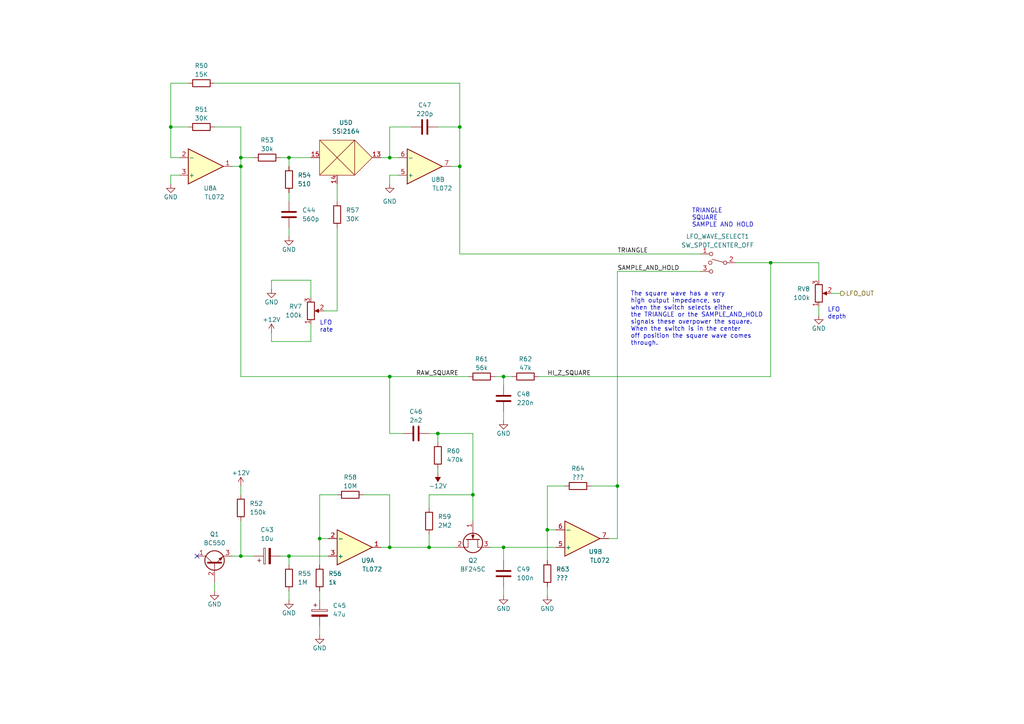
<source format=kicad_sch>
(kicad_sch (version 20211123) (generator eeschema)
  (paper "A4")
  (title_block (title "A.P. Joystick VCF pedal") (date "2022-01-14") (rev "0") (comment 2 "creativecommons.org/licenses/by/4.0") (comment 3 "License: CC by 4.0") (comment 4 "Author: Jordan Aceto"))
  (lib_symbols
    (symbol "Amplifier_Operational:TL072" (pin_names (offset 0.127))
      (property "Reference" "U" (at 0 5.08 0))
      (property "Value" "TL072" (at 0 -5.08 0))
      (symbol "TL072_1_1"
        (polyline (pts (xy -5.08 5.08) (xy 5.08 0) (xy -5.08 -5.08) (xy -5.08 5.08)) (stroke (width 0.254)) (fill (type background)))
        (pin output line (at 7.62 0 180) (length 2.54) (name "~") (number "1"))
        (pin input line (at -7.62 -2.54 0) (length 2.54) (name "-") (number "2"))
        (pin input line (at -7.62 2.54 0) (length 2.54) (name "+") (number "3"))
      )
      (symbol "TL072_2_1"
        (polyline (pts (xy -5.08 5.08) (xy 5.08 0) (xy -5.08 -5.08) (xy -5.08 5.08)) (stroke (width 0.254)) (fill (type background)))
        (pin input line (at -7.62 2.54 0) (length 2.54) (name "+") (number "5"))
        (pin input line (at -7.62 -2.54 0) (length 2.54) (name "-") (number "6"))
        (pin output line (at 7.62 0 180) (length 2.54) (name "~") (number "7"))
      )
      (symbol "TL072_3_1"
        (pin power_in line (at -2.54 -7.62 90) (length 3.81) (name "V-") (number "4"))
        (pin power_in line (at -2.54 7.62 270) (length 3.81) (name "V+") (number "8"))
      )
    )
    (symbol "Device:C" (pin_numbers hide) (pin_names (offset 0.254))
      (property "Reference" "C" (at 0.635 2.54 0))
      (property "Value" "C" (at 0.635 -2.54 0))
      (symbol "C_0_1"
        (polyline (pts (xy -2.032 -0.762) (xy 2.032 -0.762)) (stroke (width 0.508)))
        (polyline (pts (xy -2.032 0.762) (xy 2.032 0.762)) (stroke (width 0.508)))
      )
      (symbol "C_1_1"
        (pin passive line (at 0 3.81 270) (length 2.794) (name "~") (number "1"))
        (pin passive line (at 0 -3.81 90) (length 2.794) (name "~") (number "2"))
      )
    )
    (symbol "Device:C_Polarized" (pin_numbers hide) (pin_names (offset 0.254))
      (property "Reference" "C" (at 0.635 2.54 0))
      (property "Value" "C_Polarized" (at 0.635 -2.54 0))
      (symbol "C_Polarized_0_1"
        (rectangle (start -2.286 0.508) (end 2.286 1.016))
        (polyline (pts (xy -1.778 2.286) (xy -0.762 2.286)))
        (polyline (pts (xy -1.27 2.794) (xy -1.27 1.778)))
        (rectangle (start 2.286 -0.508) (end -2.286 -1.016) (fill (type outline)))
      )
      (symbol "C_Polarized_1_1"
        (pin passive line (at 0 3.81 270) (length 2.794) (name "~") (number "1"))
        (pin passive line (at 0 -3.81 90) (length 2.794) (name "~") (number "2"))
      )
    )
    (symbol "Device:R" (pin_numbers hide) (pin_names (offset 0))
      (property "Reference" "R" (at 2.032 0 90))
      (property "Value" "R" (at 0 0 90))
      (symbol "R_0_1"
        (rectangle (start -1.016 -2.54) (end 1.016 2.54) (stroke (width 0.254)))
      )
      (symbol "R_1_1"
        (pin passive line (at 0 3.81 270) (length 1.27) (name "~") (number "1"))
        (pin passive line (at 0 -3.81 90) (length 1.27) (name "~") (number "2"))
      )
    )
    (symbol "Device:R_Potentiometer" (pin_names (offset 1.016) hide)
      (property "Reference" "RV" (at -4.445 0 90))
      (property "Value" "R_Potentiometer" (at -2.54 0 90))
      (symbol "R_Potentiometer_0_1"
        (polyline (pts (xy 2.54 0) (xy 1.524 0)))
        (polyline (pts (xy 1.143 0) (xy 2.286 0.508) (xy 2.286 -0.508) (xy 1.143 0)) (fill (type outline)))
        (rectangle (start 1.016 2.54) (end -1.016 -2.54) (stroke (width 0.254)))
      )
      (symbol "R_Potentiometer_1_1"
        (pin passive line (at 0 3.81 270) (length 1.27) (name "1") (number "1"))
        (pin passive line (at 3.81 0 180) (length 1.27) (name "2") (number "2"))
        (pin passive line (at 0 -3.81 90) (length 1.27) (name "3") (number "3"))
      )
    )
    (symbol "Switch:SW_SPDT_MSM" (pin_names (offset 0) hide)
      (property "Reference" "SW" (at 0 5.08 0))
      (property "Value" "SW_SPDT_MSM" (at 0 -5.08 0))
      (symbol "SW_SPDT_MSM_0_0"
        (circle (center -2.032 0) (radius 0.508))
        (polyline (pts (xy -1.524 0.127) (xy 1.778 1.016)))
        (circle (center 2.032 -2.54) (radius 0.508))
      )
      (symbol "SW_SPDT_MSM_0_1"
        (circle (center 2.032 2.54) (radius 0.508))
        (circle (center 2.286 0) (radius 0.508))
      )
      (symbol "SW_SPDT_MSM_1_1"
        (pin passive line (at 5.08 2.54 180) (length 2.54) (name "1") (number "1"))
        (pin passive line (at -5.08 0 0) (length 2.54) (name "2") (number "2"))
        (pin passive line (at 5.08 -2.54 180) (length 2.54) (name "3") (number "3"))
      )
    )
    (symbol "Transistor_BJT:BC550" (pin_names (offset 0) hide)
      (property "Reference" "Q" (at 5.08 1.905 0))
      (property "Value" "BC550" (at 5.08 0 0))
      (symbol "BC550_0_1"
        (polyline (pts (xy 0 0) (xy 0.635 0)))
        (polyline (pts (xy 0.635 0.635) (xy 2.54 2.54)))
        (polyline (pts (xy 0.635 -0.635) (xy 2.54 -2.54) (xy 2.54 -2.54)))
        (polyline (pts (xy 0.635 1.905) (xy 0.635 -1.905) (xy 0.635 -1.905)) (stroke (width 0.508)))
        (polyline (pts (xy 1.27 -1.778) (xy 1.778 -1.27) (xy 2.286 -2.286) (xy 1.27 -1.778) (xy 1.27 -1.778)) (fill (type outline)))
        (circle (center 1.27 0) (radius 2.8194) (stroke (width 0.254)))
      )
      (symbol "BC550_1_1"
        (pin passive line (at 2.54 5.08 270) (length 2.54) (name "C") (number "1"))
        (pin input line (at -5.08 0 0) (length 5.08) (name "B") (number "2"))
        (pin passive line (at 2.54 -5.08 90) (length 2.54) (name "E") (number "3"))
      )
    )
    (symbol "Transistor_FET:BF245C" (pin_names hide)
      (property "Reference" "Q" (at 5.08 1.905 0))
      (property "Value" "BF245C" (at 5.08 0 0))
      (symbol "BF245C_0_1"
        (polyline (pts (xy 0.254 0) (xy -2.54 0)))
        (polyline (pts (xy 0.254 1.905) (xy 0.254 -1.905)) (stroke (width 0.254)))
        (polyline (pts (xy 2.54 -2.54) (xy 2.54 -1.397) (xy 0.254 -1.397)))
        (polyline (pts (xy 2.54 2.54) (xy 2.54 1.397) (xy 0.254 1.397)))
        (polyline (pts (xy 0 0) (xy -1.016 0.381) (xy -1.016 -0.381) (xy 0 0)) (fill (type outline)))
        (circle (center 1.27 0) (radius 2.8194) (stroke (width 0.254)))
      )
      (symbol "BF245C_1_1"
        (pin input line (at -5.08 0 0) (length 2.54) (name "G") (number "1"))
        (pin passive line (at 2.54 -5.08 90) (length 2.54) (name "S") (number "2"))
        (pin passive line (at 2.54 5.08 270) (length 2.54) (name "D") (number "3"))
      )
    )
    (symbol "custom_symbols:SSI2164" (pin_names (offset 1.016))
      (property "Reference" "U" (at 0 -12.7 0))
      (property "Value" "SSI2164" (at 0 7.62 0))
      (symbol "SSI2164_1_1"
        (rectangle (start -5.08 5.08) (end 5.08 -5.08) (fill (type background)))
        (polyline (pts (xy 5.08 5.08) (xy -5.08 -5.08)))
        (polyline (pts (xy 5.08 5.08) (xy 10.16 0) (xy 5.08 -5.08) (xy -5.08 5.08)) (fill (type background)))
        (pin input line (at -7.62 0 0) (length 2.54) (name "~") (number "2"))
        (pin input line (at 0 -7.62 90) (length 2.54) (name "~") (number "3"))
        (pin output line (at 12.7 0 180) (length 2.54) (name "~") (number "4"))
      )
      (symbol "SSI2164_2_1"
        (rectangle (start -5.08 5.08) (end 5.08 -5.08) (fill (type background)))
        (polyline (pts (xy 5.08 5.08) (xy -5.08 -5.08)))
        (polyline (pts (xy 5.08 5.08) (xy 10.16 0) (xy 5.08 -5.08) (xy -5.08 5.08)) (fill (type background)))
        (pin output line (at 12.7 0 180) (length 2.54) (name "~") (number "5"))
        (pin input line (at 0 -7.62 90) (length 2.54) (name "~") (number "6"))
        (pin input line (at -7.62 0 0) (length 2.54) (name "~") (number "7"))
      )
      (symbol "SSI2164_3_1"
        (rectangle (start -5.08 5.08) (end 5.08 -5.08) (fill (type background)))
        (polyline (pts (xy 5.08 5.08) (xy -5.08 -5.08)))
        (polyline (pts (xy 5.08 5.08) (xy 10.16 0) (xy 5.08 -5.08) (xy -5.08 5.08)) (fill (type background)))
        (pin input line (at -7.62 0 0) (length 2.54) (name "~") (number "10"))
        (pin input line (at 0 -7.62 90) (length 2.54) (name "~") (number "11"))
        (pin output line (at 12.7 0 180) (length 2.54) (name "~") (number "12"))
      )
      (symbol "SSI2164_4_1"
        (rectangle (start -5.08 5.08) (end 5.08 -5.08) (fill (type background)))
        (polyline (pts (xy 5.08 5.08) (xy -5.08 -5.08)))
        (polyline (pts (xy 5.08 5.08) (xy 10.16 0) (xy 5.08 -5.08) (xy -5.08 5.08)) (fill (type background)))
        (pin output line (at 12.7 0 180) (length 2.54) (name "~") (number "13"))
        (pin input line (at 0 -7.62 90) (length 2.54) (name "~") (number "14"))
        (pin input line (at -7.62 0 0) (length 2.54) (name "~") (number "15"))
      )
      (symbol "SSI2164_5_1"
        (pin input line (at 2.54 -10.16 180) (length 2.54) (name "mode") (number "1"))
        (pin power_in line (at 2.54 5.08 180) (length 2.54) (name "V+") (number "16"))
        (pin power_in line (at 2.54 0 180) (length 2.54) (name "gnd") (number "8"))
        (pin power_in line (at 2.54 -5.08 180) (length 2.54) (name "V-") (number "9"))
      )
    )
    (symbol "power:+12V" (power) (pin_names (offset 0))
      (property "Value" "+12V" (at 0 3.556 0))
      (symbol "+12V_0_1"
        (polyline (pts (xy -0.762 1.27) (xy 0 2.54)))
        (polyline (pts (xy 0 0) (xy 0 2.54)))
        (polyline (pts (xy 0 2.54) (xy 0.762 1.27)))
      )
      (symbol "+12V_1_1"
        (pin power_in line (at 0 0 90) (length 0) hide (name "+12V") (number "1"))
      )
    )
    (symbol "power:-12V" (power) (pin_names (offset 0))
      (property "Value" "-12V" (at 0 3.81 0))
      (symbol "-12V_0_0"
        (pin power_in line (at 0 0 90) (length 0) hide (name "-12V") (number "1"))
      )
      (symbol "-12V_0_1"
        (polyline (pts (xy 0 0) (xy 0 1.27) (xy 0.762 1.27) (xy 0 2.54) (xy -0.762 1.27) (xy 0 1.27)) (fill (type outline)))
      )
    )
    (symbol "power:GND" (power) (pin_names (offset 0))
      (property "Value" "GND" (at 0 -3.81 0))
      (symbol "GND_0_1"
        (polyline (pts (xy 0 0) (xy 0 -1.27) (xy 1.27 -1.27) (xy 0 -2.54) (xy -1.27 -1.27) (xy 0 -1.27)))
      )
      (symbol "GND_1_1"
        (pin power_in line (at 0 0 270) (length 0) hide (name "GND") (number "1"))
      )
    )
  )
  (junction (at 69.85 45.72))
  (junction (at 113.03 158.75))
  (junction (at 124.46 158.75))
  (junction (at 127 125.73))
  (junction (at 49.53 36.83))
  (junction (at 69.85 48.26))
  (junction (at 146.05 109.22))
  (junction (at 83.82 45.72))
  (junction (at 133.35 36.83))
  (junction (at 179.07 140.97))
  (junction (at 158.75 153.67))
  (junction (at 146.05 158.75))
  (junction (at 137.16 143.51))
  (junction (at 69.85 161.29))
  (junction (at 223.52 76.2))
  (junction (at 83.82 161.29))
  (junction (at 92.71 156.21))
  (junction (at 133.35 48.26))
  (junction (at 113.03 109.22))
  (junction (at 113.03 45.72))
  (no_connect (at 57.15 161.29))
  (wire (pts (xy 83.82 55.88) (xy 83.82 58.42)))
  (wire (pts (xy 223.52 109.22) (xy 223.52 76.2)))
  (wire (pts (xy 83.82 45.72) (xy 81.28 45.72)))
  (wire (pts (xy 179.07 140.97) (xy 171.45 140.97)))
  (wire (pts (xy 69.85 48.26) (xy 69.85 45.72)))
  (wire (pts (xy 133.35 36.83) (xy 133.35 48.26)))
  (wire (pts (xy 49.53 53.34) (xy 49.53 50.8)))
  (wire (pts (xy 69.85 36.83) (xy 62.23 36.83)))
  (wire (pts (xy 116.84 125.73) (xy 113.03 125.73)))
  (wire (pts (xy 158.75 153.67) (xy 161.29 153.67)))
  (wire (pts (xy 237.49 88.9) (xy 237.49 91.44)))
  (wire (pts (xy 133.35 36.83) (xy 133.35 24.13)))
  (wire (pts (xy 241.3 85.09) (xy 243.84 85.09)))
  (wire (pts (xy 67.31 48.26) (xy 69.85 48.26)))
  (wire (pts (xy 113.03 50.8) (xy 115.57 50.8)))
  (wire (pts (xy 146.05 109.22) (xy 146.05 111.76)))
  (wire (pts (xy 90.17 99.06) (xy 90.17 93.98)))
  (wire (pts (xy 52.07 45.72) (xy 49.53 45.72)))
  (wire (pts (xy 137.16 151.13) (xy 137.16 143.51)))
  (wire (pts (xy 158.75 140.97) (xy 163.83 140.97)))
  (wire (pts (xy 113.03 143.51) (xy 105.41 143.51)))
  (wire (pts (xy 156.21 109.22) (xy 223.52 109.22)))
  (wire (pts (xy 49.53 45.72) (xy 49.53 36.83)))
  (wire (pts (xy 69.85 48.26) (xy 69.85 109.22)))
  (wire (pts (xy 113.03 53.34) (xy 113.03 50.8)))
  (wire (pts (xy 97.79 90.17) (xy 93.98 90.17)))
  (wire (pts (xy 124.46 158.75) (xy 132.08 158.75)))
  (wire (pts (xy 146.05 162.56) (xy 146.05 158.75)))
  (wire (pts (xy 62.23 24.13) (xy 133.35 24.13)))
  (wire (pts (xy 113.03 158.75) (xy 113.03 143.51)))
  (wire (pts (xy 158.75 170.18) (xy 158.75 172.72)))
  (wire (pts (xy 69.85 161.29) (xy 69.85 151.13)))
  (wire (pts (xy 137.16 125.73) (xy 137.16 143.51)))
  (wire (pts (xy 146.05 109.22) (xy 148.59 109.22)))
  (wire (pts (xy 146.05 170.18) (xy 146.05 172.72)))
  (wire (pts (xy 69.85 45.72) (xy 73.66 45.72)))
  (wire (pts (xy 92.71 143.51) (xy 97.79 143.51)))
  (wire (pts (xy 110.49 45.72) (xy 113.03 45.72)))
  (wire (pts (xy 113.03 109.22) (xy 69.85 109.22)))
  (wire (pts (xy 92.71 171.45) (xy 92.71 173.99)))
  (wire (pts (xy 69.85 161.29) (xy 73.66 161.29)))
  (wire (pts (xy 176.53 156.21) (xy 179.07 156.21)))
  (wire (pts (xy 90.17 81.28) (xy 90.17 86.36)))
  (wire (pts (xy 158.75 153.67) (xy 158.75 162.56)))
  (wire (pts (xy 67.31 161.29) (xy 69.85 161.29)))
  (wire (pts (xy 143.51 109.22) (xy 146.05 109.22)))
  (wire (pts (xy 92.71 156.21) (xy 92.71 143.51)))
  (wire (pts (xy 146.05 158.75) (xy 142.24 158.75)))
  (wire (pts (xy 95.25 156.21) (xy 92.71 156.21)))
  (wire (pts (xy 62.23 168.91) (xy 62.23 171.45)))
  (wire (pts (xy 179.07 140.97) (xy 179.07 78.74)))
  (wire (pts (xy 83.82 66.04) (xy 83.82 68.58)))
  (wire (pts (xy 135.89 109.22) (xy 113.03 109.22)))
  (wire (pts (xy 97.79 66.04) (xy 97.79 90.17)))
  (wire (pts (xy 83.82 161.29) (xy 95.25 161.29)))
  (wire (pts (xy 130.81 48.26) (xy 133.35 48.26)))
  (wire (pts (xy 223.52 76.2) (xy 237.49 76.2)))
  (wire (pts (xy 83.82 161.29) (xy 81.28 161.29)))
  (wire (pts (xy 92.71 181.61) (xy 92.71 184.15)))
  (wire (pts (xy 133.35 73.66) (xy 203.2 73.66)))
  (wire (pts (xy 49.53 36.83) (xy 54.61 36.83)))
  (wire (pts (xy 113.03 158.75) (xy 124.46 158.75)))
  (wire (pts (xy 113.03 125.73) (xy 113.03 109.22)))
  (wire (pts (xy 78.74 81.28) (xy 90.17 81.28)))
  (wire (pts (xy 213.36 76.2) (xy 223.52 76.2)))
  (wire (pts (xy 78.74 96.52) (xy 78.74 99.06)))
  (wire (pts (xy 158.75 140.97) (xy 158.75 153.67)))
  (wire (pts (xy 115.57 45.72) (xy 113.03 45.72)))
  (wire (pts (xy 127 125.73) (xy 124.46 125.73)))
  (wire (pts (xy 97.79 53.34) (xy 97.79 58.42)))
  (wire (pts (xy 83.82 48.26) (xy 83.82 45.72)))
  (wire (pts (xy 237.49 81.28) (xy 237.49 76.2)))
  (wire (pts (xy 83.82 45.72) (xy 90.17 45.72)))
  (wire (pts (xy 146.05 119.38) (xy 146.05 121.92)))
  (wire (pts (xy 124.46 154.94) (xy 124.46 158.75)))
  (wire (pts (xy 49.53 24.13) (xy 49.53 36.83)))
  (wire (pts (xy 49.53 50.8) (xy 52.07 50.8)))
  (wire (pts (xy 69.85 45.72) (xy 69.85 36.83)))
  (wire (pts (xy 179.07 78.74) (xy 203.2 78.74)))
  (wire (pts (xy 146.05 158.75) (xy 161.29 158.75)))
  (wire (pts (xy 127 135.89) (xy 127 137.16)))
  (wire (pts (xy 78.74 99.06) (xy 90.17 99.06)))
  (wire (pts (xy 83.82 163.83) (xy 83.82 161.29)))
  (wire (pts (xy 127 36.83) (xy 133.35 36.83)))
  (wire (pts (xy 54.61 24.13) (xy 49.53 24.13)))
  (wire (pts (xy 179.07 156.21) (xy 179.07 140.97)))
  (wire (pts (xy 127 128.27) (xy 127 125.73)))
  (wire (pts (xy 133.35 48.26) (xy 133.35 73.66)))
  (wire (pts (xy 110.49 158.75) (xy 113.03 158.75)))
  (wire (pts (xy 137.16 143.51) (xy 124.46 143.51)))
  (wire (pts (xy 113.03 36.83) (xy 119.38 36.83)))
  (wire (pts (xy 113.03 45.72) (xy 113.03 36.83)))
  (wire (pts (xy 78.74 83.82) (xy 78.74 81.28)))
  (wire (pts (xy 83.82 171.45) (xy 83.82 173.99)))
  (wire (pts (xy 69.85 140.97) (xy 69.85 143.51)))
  (wire (pts (xy 92.71 156.21) (xy 92.71 163.83)))
  (wire (pts (xy 127 125.73) (xy 137.16 125.73)))
  (wire (pts (xy 124.46 143.51) (xy 124.46 147.32)))
  (text "TRIANGLE\nSQUARE\nSAMPLE AND HOLD" (at 200.66 66.04 0) (effects (font (size 1.27 1.27)) (justify left bottom)))
  (text "LFO\nrate" (at 92.71 96.52 0) (effects (font (size 1.27 1.27)) (justify left bottom)))
  (text "The square wave has a very \nhigh output impedance, so \nwhen the switch selects either\nthe TRIANGLE or the SAMPLE_AND_HOLD\nsignals these overpower the square.\nWhen the switch is in the center\noff position the square wave comes\nthrough." (at 182.88 100.33 0) (effects (font (size 1.27 1.27)) (justify left bottom)))
  (text "LFO\ndepth" (at 240.03 92.71 0) (effects (font (size 1.27 1.27)) (justify left bottom)))
  (label "RAW_SQUARE" (at 120.65 109.22 0))
  (label "TRIANGLE" (at 179.07 73.66 0))
  (label "HI_Z_SQUARE" (at 158.75 109.22 0))
  (label "SAMPLE_AND_HOLD" (at 179.07 78.74 0))
  (hierarchical_label "LFO_OUT" (shape output) (at 243.84 85.09 0))
  (symbol (lib_id "Device:C") (at 83.82 62.23 0) (unit 1)
    (property "Reference" "C44" (at 87.63 60.9599 0) (effects (justify left)))
    (property "Value" "560p" (at 87.63 63.4999 0) (effects (justify left)))
  )
  (symbol (lib_id "power:GND") (at 158.75 172.72 0) (unit 1)
    (property "Reference" "#PWR056" (effects hide))
    (property "Value" "GND" (at 158.75 176.53 0))
  )
  (symbol (lib_id "Device:C") (at 146.05 115.57 0) (unit 1)
    (property "Reference" "C48" (at 149.86 114.2999 0) (effects (justify left)))
    (property "Value" "220n" (at 149.86 116.8399 0) (effects (justify left)))
  )
  (symbol (lib_id "Device:R") (at 167.64 140.97 90) (unit 1)
    (property "Reference" "R64" (at 167.64 135.89 90))
    (property "Value" "???" (at 167.64 138.43 90))
  )
  (symbol (lib_id "Transistor_BJT:BC550") (at 62.23 163.83 90) (unit 1)
    (property "Reference" "Q1" (at 62.23 154.94 90))
    (property "Value" "BC550" (at 62.23 157.48 90))
    (property "Footprint" "Package_TO_SOT_THT:TO-92_Inline" (effects hide))
    (property "Datasheet" "https://www.onsemi.com/pub/Collateral/BC550-D.pdf" (effects hide))
  )
  (symbol (lib_id "power:GND") (at 49.53 53.34 0) (unit 1)
    (property "Reference" "#PWR044" (effects hide))
    (property "Value" "GND" (at 49.53 57.15 0))
  )
  (symbol (lib_id "Transistor_FET:BF245C") (at 137.16 156.21 270) (unit 1)
    (property "Reference" "Q2" (at 137.16 162.56 90))
    (property "Value" "BF245C" (at 137.16 165.1 90))
    (property "Footprint" "Package_TO_SOT_THT:TO-92_Inline" (effects hide))
    (property "Datasheet" "https://www.onsemi.com/pub/Collateral/BF245A-D.PDF" (effects hide))
  )
  (symbol (lib_id "power:GND") (at 113.03 53.34 0) (unit 1)
    (property "Reference" "#PWR052" (effects hide))
    (property "Value" "GND" (at 113.03 58.42 0))
  )
  (symbol (lib_id "Amplifier_Operational:TL072") (at 59.69 48.26 0) (mirror x) (unit 1)
    (property "Reference" "U8" (at 60.96 54.61 0))
    (property "Value" "TL072" (at 62.23 57.15 0))
    (property "Datasheet" "http://www.ti.com/lit/ds/symlink/tl071.pdf" (effects hide))
  )
  (symbol (lib_id "Device:R") (at 83.82 167.64 0) (unit 1)
    (property "Reference" "R55" (at 86.36 166.3699 0) (effects (justify left)))
    (property "Value" "1M" (at 86.36 168.9099 0) (effects (justify left)))
  )
  (symbol (lib_id "Device:R") (at 101.6 143.51 90) (unit 1)
    (property "Reference" "R58" (at 101.6 138.43 90))
    (property "Value" "10M" (at 101.6 140.97 90))
  )
  (symbol (lib_id "Device:R") (at 97.79 62.23 0) (unit 1)
    (property "Reference" "R57" (at 100.33 60.9599 0) (effects (justify left)))
    (property "Value" "30K" (at 100.33 63.4999 0) (effects (justify left)))
  )
  (symbol (lib_id "Device:R") (at 139.7 109.22 90) (unit 1)
    (property "Reference" "R61" (at 139.7 104.14 90))
    (property "Value" "56k" (at 139.7 106.68 90))
  )
  (symbol (lib_id "Device:C") (at 123.19 36.83 90) (unit 1)
    (property "Reference" "C47" (at 123.19 30.48 90))
    (property "Value" "220p" (at 123.19 33.02 90))
  )
  (symbol (lib_id "power:GND") (at 146.05 121.92 0) (unit 1)
    (property "Reference" "#PWR054" (effects hide))
    (property "Value" "GND" (at 146.05 125.73 0))
  )
  (symbol (lib_id "Device:R") (at 124.46 151.13 0) (unit 1)
    (property "Reference" "R59" (at 127 149.8599 0) (effects (justify left)))
    (property "Value" "2M2" (at 127 152.3999 0) (effects (justify left)))
  )
  (symbol (lib_id "power:GND") (at 83.82 68.58 0) (unit 1)
    (property "Reference" "#PWR049" (effects hide))
    (property "Value" "GND" (at 83.82 72.39 0))
  )
  (symbol (lib_id "Switch:SW_SPDT_MSM") (at 208.28 76.2 0) (mirror y) (unit 1)
    (property "Reference" "LFO_WAVE_SELECT1" (at 208.153 68.58 0))
    (property "Value" "SW_SPDT_CENTER_OFF" (at 208.153 71.12 0))
  )
  (symbol (lib_id "Device:C") (at 120.65 125.73 90) (unit 1)
    (property "Reference" "C46" (at 120.65 119.38 90))
    (property "Value" "2n2" (at 120.65 121.92 90))
  )
  (symbol (lib_id "Amplifier_Operational:TL072") (at 123.19 48.26 0) (mirror x) (unit 2)
    (property "Reference" "U8" (at 127 52.07 0))
    (property "Value" "TL072" (at 128.27 54.61 0))
    (property "Datasheet" "http://www.ti.com/lit/ds/symlink/tl071.pdf" (effects hide))
  )
  (symbol (lib_id "Device:R") (at 152.4 109.22 90) (unit 1)
    (property "Reference" "R62" (at 152.4 104.14 90))
    (property "Value" "47k" (at 152.4 106.68 90))
  )
  (symbol (lib_id "Device:R") (at 69.85 147.32 0) (unit 1)
    (property "Reference" "R52" (at 72.39 146.0499 0) (effects (justify left)))
    (property "Value" "150k" (at 72.39 148.5899 0) (effects (justify left)))
  )
  (symbol (lib_id "Device:R") (at 77.47 45.72 90) (unit 1)
    (property "Reference" "R53" (at 77.47 40.64 90))
    (property "Value" "30k" (at 77.47 43.18 90))
  )
  (symbol (lib_id "power:GND") (at 237.49 91.44 0) (unit 1)
    (property "Reference" "#PWR057" (effects hide))
    (property "Value" "GND" (at 237.49 95.25 0))
  )
  (symbol (lib_id "Device:C_Polarized") (at 77.47 161.29 90) (unit 1)
    (property "Reference" "C43" (at 77.47 153.67 90))
    (property "Value" "10u" (at 77.47 156.21 90))
  )
  (symbol (lib_id "power:+12V") (at 78.74 96.52 0) (unit 1)
    (property "Reference" "#PWR048" (effects hide))
    (property "Value" "+12V" (at 78.74 92.71 0))
  )
  (symbol (lib_id "Device:R") (at 58.42 36.83 90) (unit 1)
    (property "Reference" "R51" (at 58.42 31.75 90))
    (property "Value" "30K" (at 58.42 34.29 90))
  )
  (symbol (lib_id "power:GND") (at 146.05 172.72 0) (unit 1)
    (property "Reference" "#PWR055" (effects hide))
    (property "Value" "GND" (at 146.05 176.53 0))
  )
  (symbol (lib_id "Device:R_Potentiometer") (at 237.49 85.09 0) (mirror x) (unit 1)
    (property "Reference" "RV8" (at 234.95 83.8199 0) (effects (justify right)))
    (property "Value" "100k" (at 234.95 86.3599 0) (effects (justify right)))
  )
  (symbol (lib_id "Amplifier_Operational:TL072") (at 102.87 158.75 0) (mirror x) (unit 1)
    (property "Reference" "U9" (at 106.68 162.56 0))
    (property "Value" "TL072" (at 107.95 165.1 0))
    (property "Datasheet" "http://www.ti.com/lit/ds/symlink/tl071.pdf" (effects hide))
  )
  (symbol (lib_id "power:GND") (at 83.82 173.99 0) (unit 1)
    (property "Reference" "#PWR050" (effects hide))
    (property "Value" "GND" (at 83.82 177.8 0))
  )
  (symbol (lib_id "Amplifier_Operational:TL072") (at 168.91 156.21 0) (mirror x) (unit 2)
    (property "Reference" "U9" (at 172.72 160.02 0))
    (property "Value" "TL072" (at 173.99 162.56 0))
    (property "Datasheet" "http://www.ti.com/lit/ds/symlink/tl071.pdf" (effects hide))
  )
  (symbol (lib_id "Device:R") (at 158.75 166.37 0) (unit 1)
    (property "Reference" "R63" (at 161.29 165.0999 0) (effects (justify left)))
    (property "Value" "???" (at 161.29 167.6399 0) (effects (justify left)))
  )
  (symbol (lib_id "custom_symbols:SSI2164") (at 97.79 45.72 0) (unit 4)
    (property "Reference" "U5" (at 100.33 35.56 0))
    (property "Value" "SSI2164" (at 100.33 38.1 0))
    (property "Footprint" "Package_SO:SOIC-16_3.9x9.9mm_P1.27mm" (effects hide))
    (property "Datasheet" "https://www.soundsemiconductor.com/downloads/ssi2164datasheet.pdf" (effects hide))
  )
  (symbol (lib_id "Device:R") (at 127 132.08 0) (unit 1)
    (property "Reference" "R60" (at 129.54 130.8099 0) (effects (justify left)))
    (property "Value" "470k" (at 129.54 133.3499 0) (effects (justify left)))
  )
  (symbol (lib_id "Device:R") (at 58.42 24.13 90) (unit 1)
    (property "Reference" "R50" (at 58.42 19.05 90))
    (property "Value" "15K" (at 58.42 21.59 90))
  )
  (symbol (lib_id "power:GND") (at 78.74 83.82 0) (unit 1)
    (property "Reference" "#PWR047" (effects hide))
    (property "Value" "GND" (at 78.74 87.63 0))
  )
  (symbol (lib_id "power:GND") (at 92.71 184.15 0) (unit 1)
    (property "Reference" "#PWR051" (effects hide))
    (property "Value" "GND" (at 92.71 187.96 0))
  )
  (symbol (lib_id "power:GND") (at 62.23 171.45 0) (unit 1)
    (property "Reference" "#PWR045" (effects hide))
    (property "Value" "GND" (at 62.23 175.26 0))
  )
  (symbol (lib_id "Device:R_Potentiometer") (at 90.17 90.17 0) (mirror x) (unit 1)
    (property "Reference" "RV7" (at 87.63 88.8999 0) (effects (justify right)))
    (property "Value" "100k" (at 87.63 91.4399 0) (effects (justify right)))
  )
  (symbol (lib_id "Device:C") (at 146.05 166.37 0) (unit 1)
    (property "Reference" "C49" (at 149.86 165.0999 0) (effects (justify left)))
    (property "Value" "100n" (at 149.86 167.6399 0) (effects (justify left)))
  )
  (symbol (lib_id "Device:C_Polarized") (at 92.71 177.8 0) (unit 1)
    (property "Reference" "C45" (at 96.52 175.6409 0) (effects (justify left)))
    (property "Value" "47u" (at 96.52 178.1809 0) (effects (justify left)))
  )
  (symbol (lib_id "Device:R") (at 83.82 52.07 0) (unit 1)
    (property "Reference" "R54" (at 86.36 50.7999 0) (effects (justify left)))
    (property "Value" "510" (at 86.36 53.3399 0) (effects (justify left)))
  )
  (symbol (lib_id "power:+12V") (at 69.85 140.97 0) (unit 1)
    (property "Reference" "#PWR046" (effects hide))
    (property "Value" "+12V" (at 69.85 137.16 0))
  )
  (symbol (lib_id "Device:R") (at 92.71 167.64 0) (unit 1)
    (property "Reference" "R56" (at 95.25 166.3699 0) (effects (justify left)))
    (property "Value" "1k" (at 95.25 168.9099 0) (effects (justify left)))
  )
  (symbol (lib_id "power:-12V") (at 127 137.16 180) (unit 1)
    (property "Reference" "#PWR053" (effects hide))
    (property "Value" "-12V" (at 127 140.97 0))
  )
)
</source>
